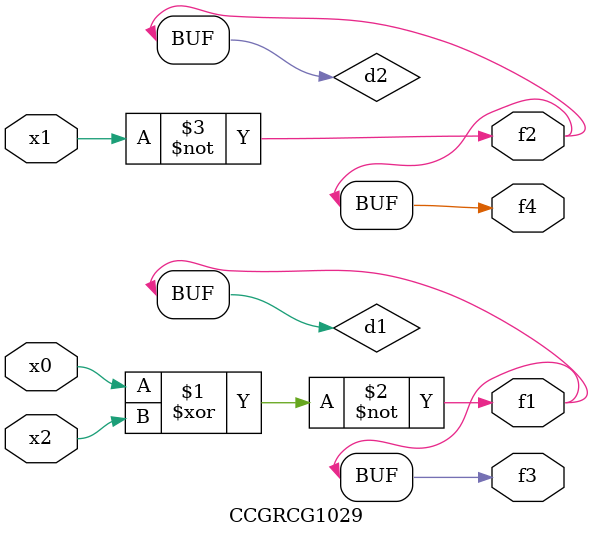
<source format=v>
module CCGRCG1029(
	input x0, x1, x2,
	output f1, f2, f3, f4
);

	wire d1, d2, d3;

	xnor (d1, x0, x2);
	nand (d2, x1);
	nor (d3, x1, x2);
	assign f1 = d1;
	assign f2 = d2;
	assign f3 = d1;
	assign f4 = d2;
endmodule

</source>
